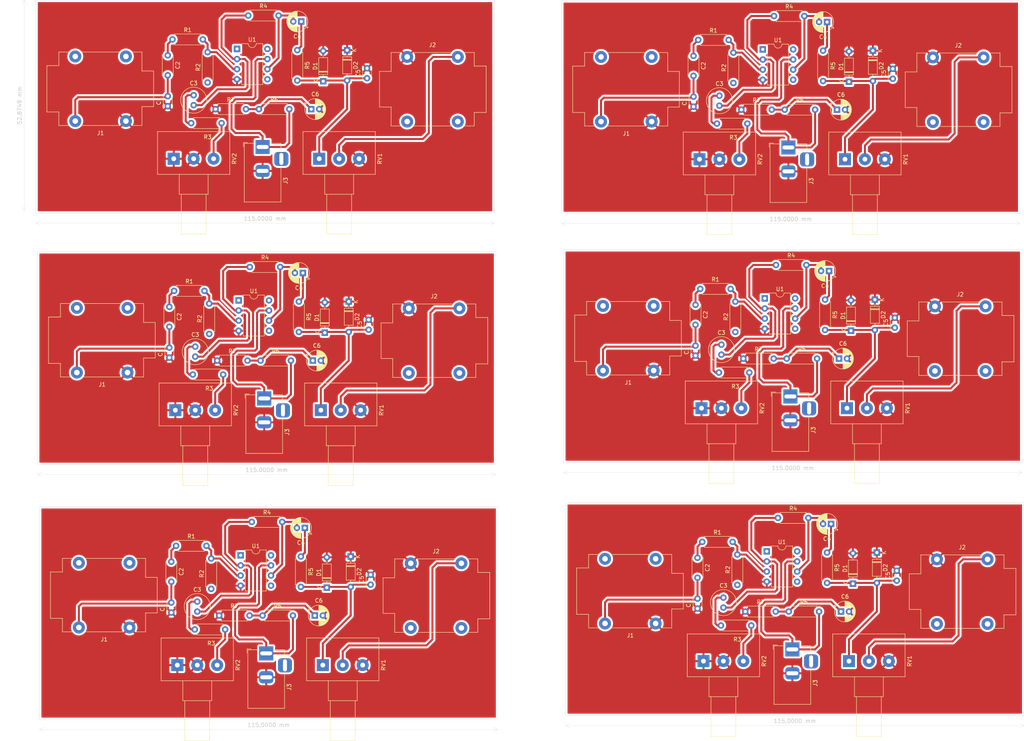
<source format=kicad_pcb>
(kicad_pcb (version 20240108) (generator "pcbnew") (generator_version "8.0")
  (layers (0 "F.Cu" signal) (31 "B.Cu" signal) (34 "B.Paste" user) (35 "F.Paste" user) (36 "B.SilkS" user "B.Silkscreen") (37 "F.SilkS" user "F.Silkscreen") (38 "B.Mask" user) (39 "F.Mask" user) (44 "Edge.Cuts" user))
  (net 0 "")
  (net 1 "Net-(C1-Pad2)")
  (net 2 "GND")
  (net 3 "Net-(C2-Pad1)")
  (net 4 "Net-(C3-Pad2)")
  (net 5 "Net-(U1--)")
  (net 6 "Net-(C4-Pad1)")
  (net 7 "Net-(C4-Pad2)")
  (net 8 "Net-(D1-K)")
  (net 9 "+4.5v")
  (net 10 "Net-(J2-PadS)")
  (net 11 "+9v")
  (net 12 "Net-(U1-+)")
  (net 13 "Net-(R3-Pad1)")
  (footprint "Resistor_THT:R_Axial_DIN0207_L6.3mm_D2.5mm_P7.62mm_Horizontal" (layer "F.Cu") (at 207.38 170.5)
    (property "Reference" "R6")
    (property "Value" "1M")
  )
  (footprint "Connector_Audio:Jack_6.35mm_Neutrik_NMJ4HCD2_Horizontal" (layer "F.Cu") (at 41.5 110.5 180)
    (property "Reference" "J1")
    (property "Value" "AudioJack2")
  )
  (footprint "Resistor_THT:R_Axial_DIN0207_L6.3mm_D2.5mm_P7.62mm_Horizontal" (layer "F.Cu") (at 196 107)
    (property "Reference" "R7")
    (property "Value" "1M")
  )
  (footprint "Capacitor_THT:C_Disc_D3.0mm_W2.0mm_P2.50mm" (layer "F.Cu") (at 51.597876 43.624879 90)
    (property "Reference" "C1")
    (property "Value" "1n")
  )
  (footprint "Potentiometer_THT:Potentiometer_Alps_RK163_Single_Horizontal" (layer "F.Cu") (at 53.5 119.95 90)
    (property "Reference" "RV2")
    (property "Value" "1M")
  )
  (footprint "Diode_THT:D_DO-35_SOD27_P7.62mm_Horizontal" (layer "F.Cu") (at 91 100.5 90)
    (property "Reference" "D1")
    (property "Value" "D")
  )
  (footprint "Connector_BarrelJack:BarrelJack_Horizontal" (layer "F.Cu") (at 207.3 54 90)
    (property "Reference" "J3")
    (property "Value" "Barrel_Jack_MountingPin")
  )
  (footprint "Capacitor_THT:C_Radial_D6.3mm_H7.0mm_P2.50mm" (layer "F.Cu") (at 59 170.5 90)
    (property "Reference" "C3")
    (property "Value" "47n")
  )
  (footprint "Potentiometer_THT:Potentiometer_Alps_RK163_Single_Horizontal" (layer "F.Cu") (at 186 182.95 90)
    (property "Reference" "RV2")
    (property "Value" "1M")
  )
  (footprint "Connector_Audio:Jack_6.35mm_Neutrik_NMJ4HCD2_Horizontal" (layer "F.Cu") (at 244.065 93.885)
    (property "Reference" "J2")
    (property "Value" "AudioJack2")
  )
  (footprint "Resistor_THT:R_Axial_DIN0207_L6.3mm_D2.5mm_P7.62mm_Horizontal" (layer "F.Cu") (at 184.69 27)
    (property "Reference" "R1")
    (property "Value" "10K")
  )
  (footprint "Capacitor_THT:CP_Radial_D5.0mm_P2.00mm" (layer "F.Cu") (at 217 22.5 180)
    (property "Reference" "C4")
    (property "Value" "1u")
  )
  (footprint "Connector_Audio:Jack_6.35mm_Neutrik_NMJ4HCD2_Horizontal" (layer "F.Cu") (at 244.565 157.385)
    (property "Reference" "J2")
    (property "Value" "AudioJack2")
  )
  (footprint "Resistor_THT:R_Axial_DIN0207_L6.3mm_D2.5mm_P7.62mm_Horizontal" (layer "F.Cu") (at 204.19 83.5)
    (property "Reference" "R4")
    (property "Value" "1M")
  )
  (footprint "Capacitor_THT:C_Disc_D5.0mm_W2.5mm_P5.00mm" (layer "F.Cu") (at 52.5 158 -90)
    (property "Reference" "C2")
    (property "Value" "10n")
  )
  (footprint "Resistor_THT:R_Axial_DIN0207_L6.3mm_D2.5mm_P7.62mm_Horizontal" (layer "F.Cu") (at 66 175 180)
    (property "Reference" "R3")
    (property "Value" "4.7K")
  )
  (footprint "Potentiometer_THT:Potentiometer_Alps_RK163_Single_Horizontal" (layer "F.Cu") (at 221.5 56.95 90)
    (property "Reference" "RV1")
    (property "Value" "10K")
  )
  (footprint "Connector_Audio:Jack_6.35mm_Neutrik_NMJ4HCD2_Horizontal" (layer "F.Cu") (at 173 47.5 180)
    (property "Reference" "J1")
    (property "Value" "AudioJack2")
  )
  (footprint "Resistor_THT:R_Axial_DIN0207_L6.3mm_D2.5mm_P7.62mm_Horizontal" (layer "F.Cu") (at 71.787876 20.874879)
    (property "Reference" "R4")
    (property "Value" "1M")
  )
  (footprint "Resistor_THT:R_Axial_DIN0207_L6.3mm_D2.5mm_P7.62mm_Horizontal" (layer "F.Cu") (at 194 100.31 90)
    (property "Reference" "R2")
    (property "Value" "1M")
  )
  (footprint "Package_DIP:DIP-8_W7.62mm" (layer "F.Cu") (at 201.38 91.88)
    (property "Reference" "U1")
    (property "Value" "LM741")
  )
  (footprint "Package_DIP:DIP-8_W7.62mm" (layer "F.Cu") (at 69.38 92.38)
    (property "Reference" "U1")
    (property "Value" "LM741")
  )
  (footprint "Resistor_THT:R_Axial_DIN0207_L6.3mm_D2.5mm_P7.62mm_Horizontal" (layer "F.Cu") (at 197 48 180)
    (property "Reference" "R3")
    (property "Value" "4.7K")
  )
  (footprint "Capacitor_THT:CP_Radial_D5.0mm_P2.00mm" (layer "F.Cu") (at 219.5 44.5)
    (property "Reference" "C6")
    (property "Value" "1u")
  )
  (footprint "Capacitor_THT:C_Disc_D3.0mm_W2.0mm_P2.50mm" (layer "F.Cu") (at 101.597876 36.624879 90)
    (property "Reference" "C5")
    (property "Value" "1n")
  )
  (footprint "Diode_THT:D_DO-35_SOD27_P7.62mm_Horizontal" (layer "F.Cu") (at 222.5 37.5 90)
    (property "Reference" "D1")
    (property "Value" "D")
  )
  (footprint "Resistor_THT:R_Axial_DIN0207_L6.3mm_D2.5mm_P7.62mm_Horizontal" (layer "F.Cu") (at 197.5 110.5 180)
    (property "Reference" "R3")
    (property "Value" "4.7K")
  )
  (footprint "Capacitor_THT:C_Disc_D3.0mm_W2.0mm_P2.50mm" (layer "F.Cu") (at 52 106.75 90)
    (property "Reference" "C1")
    (property "Value" "1n")
  )
  (footprint "Resistor_THT:R_Axial_DIN0207_L6.3mm_D2.5mm_P7.62mm_Horizontal" (layer "F.Cu") (at 75.38 171.5)
    (property "Reference" "R6")
    (property "Value" "1M")
  )
  (footprint "Capacitor_THT:C_Disc_D3.0mm_W2.0mm_P2.50mm" (layer "F.Cu") (at 183.5 43.75 90)
    (property "Reference" "C1")
    (property "Value" "1n")
  )
  (footprint "Capacitor_THT:C_Disc_D5.0mm_W2.5mm_P5.00mm" (layer "F.Cu") (at 184.5 157 -90)
    (property "Reference" "C2")
    (property "Value" "10n")
  )
  (footprint "Connector_Audio:Jack_6.35mm_Neutrik_NMJ4HCD2_Horizontal" (layer "F.Cu") (at 173.5 110 180)
    (property "Reference" "J1")
    (property "Value" "AudioJack2")
  )
  (footprint "Resistor_THT:R_Axial_DIN0207_L6.3mm_D2.5mm_P7.62mm_Horizontal" (layer "F.Cu") (at 85 156.69 -90)
    (property "Reference" "R5")
    (property "Value" "10K")
  )
  (footprint "Potentiometer_THT:Potentiometer_Alps_RK163_Single_Horizontal" (layer "F.Cu") (at 89.597876 56.824879 90)
    (property "Reference" "RV1")
    (property "Value" "10K")
  )
  (footprint "Capacitor_THT:C_Disc_D3.0mm_W2.0mm_P2.50mm" (layer "F.Cu") (at 184.5 169.75 90)
    (property "Reference" "C1")
    (property "Value" "1n")
  )
  (footprint "Capacitor_THT:C_Disc_D5.0mm_W2.5mm_P5.00mm" (layer "F.Cu") (at 183.5 31 -90)
    (property "Reference" "C2")
    (property "Value" "10n")
  )
  (footprint "Resistor_THT:R_Axial_DIN0207_L6.3mm_D2.5mm_P7.62mm_Horizontal" (layer "F.Cu") (at 53.69 154)
    (property "Reference" "R1")
    (property "Value" "10K")
  )
  (footprint "Diode_THT:D_DO-35_SOD27_P7.62mm_Horizontal" (layer "F.Cu") (at 97.5 156.69 -90)
    (property "Reference" "D2")
    (property "Value" "D")
  )
  (footprint "Package_DIP:DIP-8_W7.62mm" (layer "F.Cu") (at 201.88 155.38)
    (property "Reference" "U1")
    (property "Value" "LM741")
  )
  (footprint "Connector_BarrelJack:BarrelJack_Horizontal" (layer "F.Cu") (at 76.3 181 90)
    (property "Reference" "J3")
    (property "Value" "Barrel_Jack_MountingPin")
  )
  (footprint "Resistor_THT:R_Axial_DIN0207_L6.3mm_D2.5mm_P7.62mm_Horizontal" (layer "F.Cu") (at 65.5 111 180)
    (property "Reference" "R3")
    (property "Value" "4.7K")
  )
  (footprint "Capacitor_THT:CP_Radial_D5.0mm_P2.00mm" (layer "F.Cu") (at 85.5 85.5 180)
    (property "Reference" "C4")
    (property "Value" "1u")
  )
  (footprint "Diode_THT:D_DO-35_SOD27_P7.62mm_Horizontal" (layer "F.Cu") (at 228.5 29.69 -90)
    (property "Reference" "D2")
    (property "Value" "D")
  )
  (footprint "Diode_THT:D_DO-35_SOD27_P7.62mm_Horizontal" (layer "F.Cu") (at 229.5 155.69 -90)
    (property "Reference" "D2")
    (property "Value" "D")
  )
  (footprint "Capacitor_THT:C_Disc_D3.0mm_W2.0mm_P2.50mm" (layer "F.Cu") (at 234.5 162.75 90)
    (property "Reference" "C5")
    (property "Value" "1n")
  )
  (footprint "Resistor_THT:R_Axial_DIN0207_L6.3mm_D2.5mm_P7.62mm_Horizontal" (layer "F.Cu") (at 198 174 180)
    (property "Reference" "R3")
    (property "Value" "4.7K")
  )
  (footprint "Potentiometer_THT:Potentiometer_Alps_RK163_Single_Horizontal" (layer "F.Cu") (at 222 119.45 90)
    (property "Reference" "RV1")
    (property "Value" "10K")
  )
  (footprint "Potentiometer_THT:Potentiometer_Alps_RK163_Single_Horizontal" (layer "F.Cu") (at 54 183.95 90)
    (property "Reference" "RV2")
    (property "Value" "1M")
  )
  (footprint "Capacitor_THT:C_Disc_D3.0mm_W2.0mm_P2.50mm" (layer "F.Cu") (at 52.5 170.75 90)
    (property "Reference" "C1")
    (property "Value" "1n")
  )
  (footprint "Diode_THT:D_DO-35_SOD27_P7.62mm_Horizontal" (layer "F.Cu") (at 90.597876 37.374879 90)
    (property "Reference" "D1")
    (property "Value" "D")
  )
  (footprint "Connector_Audio:Jack_6.35mm_Neutrik_NMJ4HCD2_Horizontal" (layer "F.Cu") (at 111.662876 31.259879)
    (property "Reference" "J2")
    (property "Value" "AudioJack2")
  )
  (footprint "Capacitor_THT:CP_Radial_D5.0mm_P2.00mm" (layer "F.Cu") (at 85.097876 22.374879 180)
    (property "Reference" "C4")
    (property "Value" "1u")
  )
  (footprint "Diode_THT:D_DO-35_SOD27_P7.62mm_Horizontal" (layer "F.Cu") (at 97 92.69 -90)
    (property "Reference" "D2")
    (property "Value" "D")
  )
  (footprint "Resistor_THT:R_Axial_DIN0207_L6.3mm_D2.5mm_P7.62mm_Horizontal" (layer "F.Cu") (at 64.5 171.5)
    (property "Reference" "R7")
    (property "Value" "1M")
  )
  (footprint "Capacitor_THT:CP_Radial_D5.0mm_P2.00mm" (layer "F.Cu") (at 88 107.5)
    (property "Reference" "C6")
    (property "Value" "1u")
  )
  (footprint "Resistor_THT:R_Axial_DIN0207_L6.3mm_D2.5mm_P7.62mm_Horizontal" (layer "F.Cu") (at 72.69 148)
    (property "Reference" "R4")
    (property "Value" "1M")
  )
  (footprint "Resistor_THT:R_Axial_DIN0207_L6.3mm_D2.5mm_P7.62mm_Horizontal" (layer "F.Cu") (at 185.19 89.5)
    (property "Reference" "R1")
    (property "Value" "10K")
  )
  (footprint "Resistor_THT:R_Axial_DIN0207_L6.3mm_D2.5mm_P7.62mm_Horizontal" (layer "F.Cu") (at 74.88 107.5)
    (property "Reference" "R6")
    (property "Value" "1M")
  )
  (footprint "Connector_Audio:Jack_6.35mm_Neutrik_NMJ4HCD2_Horizontal" (layer "F.Cu") (at 174 173.5 180)
    (property "Reference" "J1")
    (property "Value" "AudioJack2")
  )
  (footprint "Package_DIP:DIP-8_W7.62mm" (layer "F.Cu") (at 200.88 29.38)
    (property "Reference" "U1")
    (property "Value" "LM741")
  )
  (footprint "Capacitor_THT:CP_Radial_D5.0mm_P2.00mm" (layer "F.Cu") (at 218 148.5 180)
    (property "Reference" "C4")
    (property "Value" "1u")
  )
  (footprint "Capacitor_THT:C_Radial_D6.3mm_H7.0mm_P2.50mm" (layer "F.Cu") (at 58.097876 43.374879 90)
    (property "Reference" "C3")
    (property "Value" "47n")
  )
  (footprint "Capacitor_THT:C_Disc_D5.0mm_W2.5mm_P5.00mm" (layer "F.Cu") (at 51.597876 30.874879 -90)
    (property "Reference" "C2")
    (property "Value" "10n")
  )
  (footprint "Resistor_THT:R_Axial_DIN0207_L6.3mm_D2.5mm_P7.62mm_Horizontal" (layer "F.Cu") (at 53.19 90)
    (property "Reference" "R1")
    (property "Value" "10K")
  )
  (footprint "Resistor_THT:R_Axial_DIN0207_L6.3mm_D2.5mm_P7.62mm_Horizontal" (layer "F.Cu") (at 216.5 92.19 -90)
    (property "Reference" "R5")
    (property "Value" "10K")
  )
  (footprint "Resistor_THT:R_Axial_DIN0207_L6.3mm_D2.5mm_P7.62mm_Horizontal" (layer "F.Cu") (at 203.69 21)
    (property "Reference" "R4")
    (property "Value" "1M")
  )
  (footprint "Capacitor_THT:C_Disc_D3.0mm_W2.0mm_P2.50mm" (layer "F.Cu") (at 102 99.75 90)
    (property "Reference" "C5")
    (property "Value" "1n")
  )
  (footprint "Diode_THT:D_DO-35_SOD27_P7.62mm_Horizontal" (layer "F.Cu") (at 96.597876 29.564879 -90)
    (property "Reference" "D2")
    (property "Value" "D")
  )
  (footprint "Resistor_THT:R_Axial_DIN0207_L6.3mm_D2.5mm_P7.62mm_Horizontal" (layer "F.Cu") (at 185.69 153)
    (property "Reference" "R1")
    (property "Value" "10K")
  )
  (footprint "Connector_Audio:Jack_6.35mm_Neutrik_NMJ4HCD2_Horizontal" (layer "F.Cu") (at 112.565 158.385)
    (property "Reference" "J2")
    (property "Value" "AudioJack2")
  )
  (footprint "Capacitor_THT:CP_Radial_D5.0mm_P2.00mm" (layer "F.Cu") (at 220 107)
    (property "Reference" "C6")
    (property "Value" "1u")
  )
  (footprint "Resistor_THT:R_Axial_DIN0207_L6.3mm_D2.5mm_P7.62mm_Horizontal" (layer "F.Cu") (at 84.097876 29.564879 -90)
    (property "Reference" "R5")
    (property "Value" "10K")
  )
  (footprint "Capacitor_THT:C_Disc_D3.0mm_W2.0mm_P2.50mm" (layer "F.Cu") (at 234 99.25 90)
    (property "Reference" "C5")
    (property "Value" "1n")
  )
  (footprint "Connector_Audio:Jack_6.35mm_Neutrik_NMJ4HCD2_Horizontal" (layer "F.Cu") (at 112.065 94.385)
    (property "Reference" "J2")
    (property "Value" "AudioJack2")
  )
  (footprint "Capacitor_THT:C_Radial_D6.3mm_H7.0mm_P2.50mm" (layer "F.Cu") (at 191 169.5 90)
    (property "Reference" "C3")
    (property "Value" "47n")
  )
  (footprint "Resistor_THT:R_Axial_DIN0207_L6.3mm_D2.5mm_P7.62mm_Horizontal" (layer "F.Cu") (at 62.5 164.81 90)
    (property "Reference" "R2")
    (property "Value" "1M")
  )
  (footprint "Diode_THT:D_DO-35_SOD27_P7.62mm_Horizontal" (layer "F.Cu") (at 91.5 164.5 90)
    (property "Reference" "D1")
    (property "Value" "D")
  )
  (footprint "Capacitor_THT:CP_Radial_D5.0mm_P2.00mm" (layer "F.Cu") (at 220.5 170.5)
    (property "Reference" "C6")
    (property "Value" "1u")
  )
  (footprint "Resistor_THT:R_Axial_DIN0207_L6.3mm_D2.5mm_P7.62mm_Horizontal" (layer "F.Cu") (at 194.5 163.81 90)
    (property "Reference" "R2")
    (property "Value" "1M")
  )
  (footprint "Diode_THT:D_DO-35_SOD27_P7.62mm_Horizontal" (layer "F.Cu") (at 223.5 163.5 90)
    (property "Reference" "D1")
    (property "Value" "D")
  )
  (footprint "Resistor_THT:R_Axial_DIN0207_L6.3mm_D2.5mm_P7.62mm_Horizontal" (layer "F.Cu") (at 195.5 44.5)
    (property "Reference" "R7")
    (property "Value" "1M")
  )
  (footprint "Capacitor_THT:C_Radial_D6.3mm_H7.0mm_P2.50mm" (layer "F.Cu") (at 190 43.5 90)
    (property "Reference" "C3")
    (property "Value" "47n")
  )
  (footprint "Capacitor_THT:C_Radial_D6.3mm_H7.0mm_P2.50mm" (layer "F.Cu") (at 190.5 106 90)
    (property "Reference" "C3")
    (property "Value" "47n")
  )
  (footprint "Potentiometer_THT:Potentiometer_Alps_RK163_Single_Horizontal" (layer "F.Cu") (at 222.5 182.95 90)
    (property "Reference" "RV1")
    (property "Value" "10K")
  )
  (footprint "Resistor_THT:R_Axial_DIN0207_L6.3mm_D2.5mm_P7.62mm_Horizontal" (layer "F.Cu") (at 52.787876 26.874879)
    (property "Reference" "R1")
    (property "Value" "10K")
  )
  (footprint "Resistor_THT:R_Axial_DIN0207_L6.3mm_D2.5mm_P7.62mm_Horizontal" (layer "F.Cu") (at 196.5 170.5)
    (property "Reference" "R7")
    (property "Value" "1M")
  )
  (footprint "Capacitor_THT:C_Disc_D3.0mm_W2.0mm_P2.50mm" (layer "F.Cu") (at 184 106.25 90)
    (property "Reference" "C1")
    (property "Value" "1n")
  )
  (footprint "Resistor_THT:R_Axial_DIN0207_L6.3mm_D2.5mm_P7.62mm_Horizontal" (layer "F.Cu") (at 72.19 84)
    (property "Reference" "R4")
    (property "Value" "1M")
  )
  (footprint "Capacitor_THT:CP_Radial_D5.0mm_P2.00mm" (layer "F.Cu") (at 217.5 85 180)
    (property "Reference" "C4")
    (property "Value" "1u")
  )
  (footprint "Package_DIP:DIP-8_W7.62mm" (layer "F.Cu") (at 69.88 156.38)
    (property "Reference" "U1")
    (property "Value" "LM741")
  )
  (footprint "Capacitor_THT:CP_Radial_D5.0mm_P2.00mm" (layer "F.Cu") (at 86 149.5 180)
    (property "Reference" "C4")
    (property "Value" "1u")
  )
  (footprint "Connector_Audio:Jack_6.35mm_Neutrik_NMJ4HCD2_Horizontal" (layer "F.Cu") (at 243.565 31.385)
    (property "Reference" "J2")
    (property "Value" "AudioJack2")
  )
  (footprint "Resistor_THT:R_Axial_DIN0207_L6.3mm_D2.5mm_P7.62mm_Horizontal" (layer "F.Cu") (at 65.097876 47.874879 180)
    (property "Reference" "R3")
    (property "Value" "4.7K")
  )
  (footprint "Capacitor_THT:C_Radial_D6.3mm_H7.0mm_P2.50mm" (layer "F.Cu") (at 58.5 106.5 90)
    (property "Reference" "C3")
    (property "Value" "47n")
  )
  (footprint "Resistor_THT:R_Axial_DIN0207_L6.3mm_D2.5mm_P7.62mm_Horizontal" (layer "F.Cu") (at 206.88 107)
    (property "Reference" "R6")
    (property "Value" "1M")
  )
  (footprint "Capacitor_THT:CP_Radial_D5.0mm_P2.00mm" (layer "F.Cu") (at 88.5 171.5)
    (property "Reference" "C6")
    (property "Value" "1u")
  )
  (footprint "Resistor_THT:R_Axial_DIN0207_L6.3mm_D2.5mm_P7.62mm_Horizontal" (layer "F.Cu") (at 74.477876 44.374879)
    (property "Reference" "R6")
    (property "Value" "1M")
  )
  (footprint "Resistor_THT:R_Axial_DIN0207_L6.3mm_D2.5mm_P7.62mm_Horizontal" (layer "F.Cu") (at 62 100.81 90)
    (property "Reference" "R2")
    (property "Value" "1M")
  )
  (footprint "Potentiometer_THT:Potentiometer_Alps_RK163_Single_Horizontal" (layer "F.Cu") (at 53.097876 56.824879 90)
    (property "Reference" "RV2")
    (property "Value" "1M")
  )
  (footprint "Resistor_THT:R_Axial_DIN0207_L6.3mm_D2.5mm_P7.62mm_Horizontal" (layer "F.Cu") (at 204.69 147)
    (property "Reference" "R4")
    (property "Value" "1M")
  )
  (footprint "Connector_BarrelJack:BarrelJack_Horizontal" (layer "F.Cu") (at 75.397876 53.874879 90)
    (property "Reference" "J3")
    (property "Value" "Barrel_Jack_MountingPin")
  )
  (footprint "Resistor_THT:R_Axial_DIN0207_L6.3mm_D2.5mm_P7.62mm_Horizontal" (layer "F.Cu") (at 84.5 92.69 -90)
    (property "Reference" "R5")
    (property "Value" "10K")
  )
  (footprint "Capacitor_THT:C_Disc_D3.0mm_W2.0mm_P2.50mm" (layer "F.Cu") (at 233.5 36.75 90)
    (property "Reference" "C5")
    (property "Value" "1n")
  )
  (footprint "Resistor_THT:R_Axial_DIN0207_L6.3mm_D2.5mm_P7.62mm_Horizontal" (layer "F.Cu") (at 216 29.69 -90)
    (property "Reference" "R5")
    (property "Value" "10K")
  )
  (footprint "Potentiometer_THT:Potentiometer_Alps_RK163_Single_Horizontal" (layer "F.Cu") (at 90 119.95 90)
    (property "Reference" "RV1")
    (property "Value" "10K")
  )
  (footprint "Resistor_THT:R_Axial_DIN0207_L6.3mm_D2.5mm_P7.62mm_Horizontal" (layer "F.Cu") (at 61.597876 37.684879 90)
    (property "Reference" "R2")
    (property "Value" "1M")
  )
  (footprint "Potentiometer_THT:Potentiometer_Alps_RK163_Single_Horizontal" (layer "F.Cu") (at 185.5 119.45 90)
    (property "Reference" "RV2")
    (property "Value" "1M")
  )
  (footprint "Resistor_THT:R_Axial_DIN0207_L6.3mm_D2.5mm_P7.62mm_Horizontal" (layer "F.Cu") (at 217 155.69 -90)
    (property "Reference" "R5")
    (property "Value" "10K")
  )
  (footprint "Connector_BarrelJack:BarrelJack_Horizontal" (layer "F.Cu") (at 208.3 180 90)
    (property "Reference" "J3")
    (property "Value" "Barrel_Jack_MountingPin")
  )
  (footprint "Diode_THT:D_DO-35_SOD27_P7.62mm_Horizontal" (layer "F.Cu") (at 223 100 90)
    (property "Reference" "D1")
    (property "Value" "D")
  )
  (footprint "Capacitor_THT:CP_Radial_D5.0mm_P2.00mm" (layer "F.Cu") (at 87.597876 44.374879)
    (property "Reference" "C6")
    (property "Value" "1u")
  )
  (footprint "Potentiometer_THT:Potentiometer_Alps_RK163_Single_Horizontal" (layer "F.Cu") (at 90.5 183.95 90)
    (property "Reference" "RV1")
    (property "Value" "10K")
  )
  (footprint "Connector_Audio:Jack_6.35mm_Neutrik_NMJ4HCD2_Horizontal" (layer "F.Cu") (at 41.097876 47.374879 180)
    (property "Reference" "J1")
    (property "Value" "AudioJack2")
  )
  (footprint "Package_DIP:DIP-8_W7.62mm" (layer "F.Cu") (at 68.977876 29.254879)
    (property "Reference" "U1")
    (property "Value" "LM741")
  )
  (footprint "Connector_BarrelJack:BarrelJack_Horizontal" (layer "F.Cu") (at 75.8 117 90)
    (property "Reference" "J3")
    (property "Value" "Barrel_Jack_MountingPin")
  )
  (footprint "Resistor_THT:R_Axial_DIN0207_L6.3mm_D2.5mm_P7.62mm_Horizontal" (layer "F.Cu") (at 64 107.5)
    (property "Reference" "R7")
    (property "Value" "1M")
  )
  (footprint "Resistor_THT:R_Axial_DIN0207_L6.3mm_D2.5mm_P7.62mm_Horizontal" (layer "F.Cu") (at 206.38 44.5)
    (property "Reference" "R6")
    (property "Value" "1M")
  )
  (footprint "Capacitor_THT:C_Disc_D5.0mm_W2.5mm_P5.00mm" (layer "F.Cu") (at 184 93.5 -90)
    (property "Reference" "C2")
    (property "Value" "10n")
  )
  (footprint "Resistor_THT:R_Axial_DIN0207_L6.3mm_D2.5mm_P7.62mm_Horizontal" (layer "F.Cu") (at 193.5 37.81 90)
    (property "Reference" "R2")
    (property "Value" "1M")
  )
  (footprint "Resistor_THT:R_Axial_DIN0207_L6.3mm_D2.5mm_P7.62mm_Horizontal" (layer "F.Cu") (at 63.597876 44.374879)
    (property "Reference" "R7")
    (property "Value" "1M")
  )
  (footprint "Connector_BarrelJack:BarrelJack_Horizontal" (layer "F.Cu") (at 207.8 116.5 90)
    (property "Reference" "J3")
    (property "Value" "Barrel_Jack_MountingPin")
  )
  (footprint "Capacitor_THT:C_Disc_D5.0mm_W2.5mm_P5.00mm" (layer "F.Cu") (at 52 94 -90)
    (property "Reference" "C2")
    (property "Value" "10n")
  )
  (footprint "Capacitor_THT:C_Disc_D3.0mm_W2.0mm_P2.50mm" (layer "F.Cu") (at 102.5 163.75 90)
    (property "Reference" "C5")
    (property "Value" "1n")
  )
  (footprint "Diode_THT:D_DO-35_SOD27_P7.62mm_Horizontal" (layer "F.Cu") (at 229 92.19 -90)
    (property "Reference" "D2")
    (property "Value" "D")
  )
  (footprint "Connector_Audio:Jack_6.35mm_Neutrik_NMJ4HCD2_Horizontal" (layer "F.Cu") (at 42 174.5 180)
    (property "Reference" "J1")
    (property "Value" "AudioJack2")
  )
  (footprint "Potentiometer_THT:Potentiometer_Alps_RK163_Single_Horizontal" (layer "F.Cu") (at 185 56.95 90)
    (property "Reference" "RV2")
    (property "Value" "1M")
  )
  (gr_line (start 18.902124 133.625121) (end 133.902124 133.625121) (stroke (width 0.05)) (layer "Edge.Cuts"))
  (gr_line (start 150.402124 70.625121) (end 265.402124 70.625121) (stroke (width 0.05)) (layer "Edge.Cuts"))
  (gr_line (start 133.902124 80.125121) (end 18.902124 80.125121) (stroke (width 0.05)) (layer "Edge.Cuts"))
  (gr_line (start 133.902124 133.625121) (end 133.902124 80.125121) (stroke (width 0.05)) (layer "Edge.Cuts"))
  (gr_line (start 134.402124 144.125121) (end 19.402124 144.125121) (stroke (width 0.05)) (layer "Edge.Cuts"))
  (gr_line (start 265.402124 70.625121) (end 265.402124 17.125121) (stroke (width 0.05)) (layer "Edge.Cuts"))
  (gr_line (start 19.402124 144.125121) (end 19.402124 197.625121) (stroke (width 0.05)) (layer "Edge.Cuts"))
  (gr_line (start 265.902124 79.625121) (end 150.902124 79.625121) (stroke (width 0.05)) (layer "Edge.Cuts"))
  (gr_line (start 265.402124 17.125121) (end 150.402124 17.125121) (stroke (width 0.05)) (layer "Edge.Cuts"))
  (gr_line (start 265.902124 133.125121) (end 265.902124 79.625121) (stroke (width 0.05)) (layer "Edge.Cuts"))
  (gr_line (start 151.402124 143.125121) (end 151.402124 196.625121) (stroke (width 0.05)) (layer "Edge.Cuts"))
  (gr_line (start 150.402124 17.125121) (end 150.402124 70.625121) (stroke (width 0.05)) (layer "Edge.Cuts"))
  (gr_line (start 18.5 70.5) (end 133.5 70.5) (stroke (width 0.05)) (layer "Edge.Cuts"))
  (gr_line (start 134.402124 197.625121) (end 134.402124 144.125121) (stroke (width 0.05)) (layer "Edge.Cuts"))
  (gr_line (start 18.5 17) (end 18.5 70.5) (stroke (width 0.05)) (layer "Edge.Cuts"))
  (gr_line (start 150.902124 133.125121) (end 265.902124 133.125121) (stroke (width 0.05)) (layer "Edge.Cuts"))
  (gr_line (start 266.402124 196.625121) (end 266.402124 143.125121) (stroke (width 0.05)) (layer "Edge.Cuts"))
  (gr_line (start 133.5 70.5) (end 133.5 17) (stroke (width 0.05)) (layer "Edge.Cuts"))
  (gr_line (start 19.402124 197.625121) (end 134.402124 197.625121) (stroke (width 0.05)) (layer "Edge.Cuts"))
  (gr_line (start 18.902124 80.125121) (end 18.902124 133.625121) (stroke (width 0.05)) (layer "Edge.Cuts"))
  (gr_line (start 266.402124 143.125121) (end 151.402124 143.125121) (stroke (width 0.05)) (layer "Edge.Cuts"))
  (gr_line (start 150.902124 79.625121) (end 150.902124 133.125121) (stroke (width 0.05)) (layer "Edge.Cuts"))
  (gr_line (start 151.402124 196.625121) (end 266.402124 196.625121) (stroke (width 0.05)) (layer "Edge.Cuts"))
  (gr_line (start 133.5 17) (end 18.5 17) (stroke (width 0.05)) (layer "Edge.Cuts"))
  (dimension (type aligned) (layer "Edge.Cuts") (pts (xy 151.402124 199.125121) (xy 266.402124 199.125121)) (height 0) (gr_text "115.0000 mm" (at 208.902124 197.975121 0) (layer "Edge.Cuts") (effects (font (size 1 1) (thickness 0.15)))) (format (prefix "") (suffix "") (units 3) (units_format 1) (precision 4)) (style (thickness 0.05) (arrow_length 1.27) (text_position_mode 0) (extension_height 0.58642) (extension_offset 0.5) keep_text_aligned))
  (dimension (type aligned) (layer "Edge.Cuts") (pts (xy 15.597876 69.874879) (xy 15.597876 17)) (height 0) (gr_text "52.8749 mm" (at 14.447876 43.437439 90) (layer "Edge.Cuts") (effects (font (size 1 1) (thickness 0.15)))) (format (prefix "") (suffix "") (units 3) (units_format 1) (precision 4)) (style (thickness 0.05) (arrow_length 1.27) (text_position_mode 0) (extension_height 0.58642) (extension_offset 0.5) keep_text_aligned))
  (dimension (type aligned) (layer "Edge.Cuts") (pts (xy 18.5 73) (xy 133.5 73)) (height 0) (gr_text "115.0000 mm" (at 76 71.85 0) (layer "Edge.Cuts") (effects (font (size 1 1) (thickness 0.15)))) (format (prefix "") (suffix "") (units 3) (units_format 1) (precision 4)) (style (thickness 0.05) (arrow_length 1.27) (text_position_mode 0) (extension_height 0.58642) (extension_offset 0.5) keep_text_aligned))
  (dimension (type aligned) (layer "Edge.Cuts") (pts (xy 150.402124 73.125121) (xy 265.402124 73.125121)) (height 0) (gr_text "115.0000 mm" (at 207.902124 71.975121 0) (layer "Edge.Cuts") (effects (font (size 1 1) (thickness 0.15)))) (format (prefix "") (suffix "") (units 3) (units_format 1) (precision 4)) (style (thickness 0.05) (arrow_length 1.27) (text_position_mode 0) (extension_height 0.58642) (extension_offset 0.5) keep_text_aligned))
  (dimension (type aligned) (layer "Edge.Cuts") (pts (xy 18.902124 136.125121) (xy 133.902124 136.125121)) (height 0) (gr_text "115.0000 mm" (at 76.402124 134.975121 0) (layer "Edge.Cuts") (effects (font (size 1 1) (thickness 0.15)))) (format (prefix "") (suffix "") (units 3) (units_format 1) (precision 4)) (style (thickness 0.05) (arrow_length 1.27) (text_position_mode 0) (extension_height 0.58642) (extension_offset 0.5) keep_text_aligned))
  (dimension (type aligned) (layer "Edge.Cuts") (pts (xy 150.902124 135.625121) (xy 265.902124 135.625121)) (height 0) (gr_text "115.0000 mm" (at 208.402124 134.475121 0) (layer "Edge.Cuts") (effects (font (size 1 1) (thickness 0.15)))) (format (prefix "") (suffix "") (units 3) (units_format 1) (precision 4)) (style (thickness 0.05) (arrow_length 1.27) (text_position_mode 0) (extension_height 0.58642) (extension_offset 0.5) keep_text_aligned))
  (dimension (type aligned) (layer "Edge.Cuts") (pts (xy 19.402124 200.125121) (xy 134.402124 200.125121)) (height 0) (gr_text "115.0000 mm" (at 76.902124 198.975121 0) (layer "Edge.Cuts") (effects (font (size 1 1) (thickness 0.15)))) (format (prefix "") (suffix "") (units 3) (units_format 1) (precision 4)) (style (thickness 0.05) (arrow_length 1.27) (text_position_mode 0) (extension_height 0.58642) (extension_offset 0.5) keep_text_aligned))
  (segment (start 160.3 47.5) (end 160.3 42.2) (width 0.5) (layer "F.Cu") (net 1))
  (segment (start 29.3 174.5) (end 29.3 169.2) (width 0.5) (layer "F.Cu") (net 1))
  (segment (start 160.8 110) (end 160.8 104.7) (width 0.5) (layer "F.Cu") (net 1))
  (segment (start 51.597876 41.124879) (end 51.597876 35.874879) (width 0.5) (layer "F.Cu") (net 1))
  (segment (start 183.25 41.5) (end 183.5 41.25) (width 0.5) (layer "F.Cu") (net 1))
  (segment (start 51.347876 41.374879) (end 51.597876 41.124879) (width 0.5) (layer "F.Cu") (net 1))
  (segment (start 184.25 167.5) (end 184.5 167.25) (width 0.5) (layer "F.Cu") (net 1))
  (segment (start 30 168.5) (end 52.25 168.5) (width 0.5) (layer "F.Cu") (net 1))
  (segment (start 51.75 104.5) (end 52 104.25) (width 0.5) (layer "F.Cu") (net 1))
  (segment (start 160.8 104.7) (end 161.5 104) (width 0.5) (layer "F.Cu") (net 1))
  (segment (start 183.75 104) (end 184 103.75) (width 0.5) (layer "F.Cu") (net 1))
  (segment (start 28.397876 42.074879) (end 29.097876 41.374879) (width 0.5) (layer "F.Cu") (net 1))
  (segment (start 52 104.25) (end 52 99) (width 0.5) (layer "F.Cu") (net 1))
  (segment (start 161.3 168.2) (end 162 167.5) (width 0.5) (layer "F.Cu") (net 1))
  (segment (start 29.097876 41.374879) (end 51.347876 41.374879) (width 0.5) (layer "F.Cu") (net 1))
  (segment (start 184.5 167.25) (end 184.5 162) (width 0.5) (layer "F.Cu") (net 1))
  (segment (start 52.5 168.25) (end 52.5 163) (width 0.5) (layer "F.Cu") (net 1))
  (segment (start 28.8 110.5) (end 28.8 105.2) (width 0.5) (layer "F.Cu") (net 1))
  (segment (start 183.5 41.25) (end 183.5 36) (width 0.5) (layer "F.Cu") (net 1))
  (segment (start 161.5 104) (end 183.75 104) (width 0.5) (layer "F.Cu") (net 1))
  (segment (start 162 167.5) (end 184.25 167.5) (width 0.5) (layer "F.Cu") (net 1))
  (segment (start 28.397876 47.374879) (end 28.397876 42.074879) (width 0.5) (layer "F.Cu") (net 1))
  (segment (start 29.5 104.5) (end 51.75 104.5) (width 0.5) (layer "F.Cu") (net 1))
  (segment (start 28.8 105.2) (end 29.5 104.5) (width 0.5) (layer "F.Cu") (net 1))
  (segment (start 52.25 168.5) (end 52.5 168.25) (width 0.5) (layer "F.Cu") (net 1))
  (segment (start 161 41.5) (end 183.25 41.5) (width 0.5) (layer "F.Cu") (net 1))
  (segment (start 161.3 173.5) (end 161.3 168.2) (width 0.5) (layer "F.Cu") (net 1))
  (segment (start 29.3 169.2) (end 30 168.5) (width 0.5) (layer "F.Cu") (net 1))
  (segment (start 184 103.75) (end 184 98.5) (width 0.5) (layer "F.Cu") (net 1))
  (segment (start 160.3 42.2) (end 161 41.5) (width 0.5) (layer "F.Cu") (net 1))
  (segment (start 222.69 29.69) (end 222.5 29.88) (width 0.2) (layer "F.Cu") (net 2))
  (segment (start 229.5 155.69) (end 229.94 155.69) (width 0.2) (layer "F.Cu") (net 2))
  (segment (start 97.5 156.69) (end 97.94 156.69) (width 0.2) (layer "F.Cu") (net 2))
  (segment (start 90.787876 29.564879) (end 90.597876 29.754879) (width 0.2) (layer "F.Cu") (net 2))
  (segment (start 96.597876 29.564879) (end 97.037876 29.564879) (width 0.2) (layer "F.Cu") (net 2))
  (segment (start 91.69 156.69) (end 91.5 156.88) (width 0.2) (layer "F.Cu") (net 2))
  (segment (start 229 92.19) (end 229.44 92.19) (width 0.2) (layer "F.Cu") (net 2))
  (segment (start 223.69 155.69) (end 223.5 155.88) (width 0.2) (layer "F.Cu") (net 2))
  (segment (start 97 92.69) (end 97.44 92.69) (width 0.2) (layer "F.Cu") (net 2))
  (segment (start 223.19 92.19) (end 223 92.38) (width 0.2) (layer "F.Cu") (net 2))
  (segment (start 228.5 29.69) (end 228.94 29.69) (width 0.2) (layer "F.Cu") (net 2))
  (segment (start 91.19 92.69) (end 91 92.88) (width 0.2) (layer "F.Cu") (net 2))
  (segment (start 52 91.19) (end 52 94) (width 0.5) (layer "F.Cu") (net 3))
  (segment (start 184.5 154.19) (end 184.5 157) (width 0.5) (layer "F.Cu") (net 3))
  (segment (start 51.597876 28.064879) (end 51.597876 30.874879) (width 0.5) (layer "F.Cu") (net 3))
  (segment (start 52.5 155.19) (end 52.5 158) (width 0.5) (layer "F.Cu") (net 3))
  (segment (start 185.19 89.5) (end 184 90.69) (width 0.5) (layer "F.Cu") (net 3))
  (segment (start 183.5 28.19) (end 183.5 31) (width 0.5) (layer "F.Cu") (net 3))
  (segment (start 184 90.69) (end 184 93.5) (width 0.5) (layer "F.Cu") (net 3))
  (segment (start 53.69 154) (end 52.5 155.19) (width 0.5) (layer "F.Cu") (net 3))
  (segment (start 184.69 27) (end 183.5 28.19) (width 0.5) (layer "F.Cu") (net 3))
  (segment (start 52.787876 26.874879) (end 51.597876 28.064879) (width 0.5) (layer "F.Cu") (net 3))
  (segment (start 185.69 153) (end 184.5 154.19) (width 0.5) (layer "F.Cu") (net 3))
  (segment (start 53.19 90) (end 52 91.19) (width 0.5) (layer "F.Cu") (net 3))
  (segment (start 188 41.5) (end 188 47.5) (width 0.5) (layer "F.Cu") (net 4))
  (segment (start 189 167.5) (end 189 173.5) (width 0.5) (layer "F.Cu") (net 4))
  (segment (start 58.097876 40.874879) (end 56.597876 40.874879) (width 0.5) (layer "F.Cu") (net 4))
  (segment (start 56.097876 41.374879) (end 56.097876 47.374879) (width 0.5) (layer "F.Cu") (net 4))
  (segment (start 188.5 110) (end 189 110.5) (width 0.5) (layer "F.Cu") (net 4))
  (segment (start 191 167) (end 189.5 167) (width 0.5) (layer "F.Cu") (net 4))
  (segment (start 189 110.5) (end 189.88 110.5) (width 0.5) (layer "F.Cu") (net 4))
  (segment (start 190 41) (end 188.5 41) (width 0.5) (layer "F.Cu") (net 4))
  (segment (start 189 103.5) (end 188.5 104) (width 0.5) (layer "F.Cu") (net 4))
  (segment (start 188.5 41) (end 188 41.5) (width 0.5) (layer "F.Cu") (net 4))
  (segment (start 57 168.5) (end 57 174.5) (width 0.5) (layer "F.Cu") (net 4))
  (segment (start 58.5 104) (end 57 104) (width 0.5) (layer "F.Cu") (net 4))
  (segment (start 56.097876 47.374879) (end 56.597876 47.874879) (width 0.5) (layer "F.Cu") (net 4))
  (segment (start 59 168) (end 57.5 168) (width 0.5) (layer "F.Cu") (net 4))
  (segment (start 56.5 110.5) (end 57 111) (width 0.5) (layer "F.Cu") (net 4))
  (segment (start 56.597876 47.874879) (end 57.477876 47.874879) (width 0.5) (layer "F.Cu") (net 4))
  (segment (start 57 174.5) (end 57.5 175) (width 0.5) (layer "F.Cu") (net 4))
  (segment (start 189.5 174) (end 190.38 174) (width 0.5) (layer "F.Cu") (net 4))
  (segment (start 56.5 104.5) (end 56.5 110.5) (width 0.5) (layer "F.Cu") (net 4))
  (segment (start 57.5 175) (end 58.38 175) (width 0.5) (layer "F.Cu") (net 4))
  (segment (start 189.5 167) (end 189 167.5) (width 0.5) (layer "F.Cu") (net 4))
  (segment (start 57.5 168) (end 57 168.5) (width 0.5) (layer "F.Cu") (net 4))
  (segment (start 56.597876 40.874879) (end 56.097876 41.374879) (width 0.5) (layer "F.Cu") (net 4))
  (segment (start 57 104) (end 56.5 104.5) (width 0.5) (layer "F.Cu") (net 4))
  (segment (start 188.5 104) (end 188.5 110) (width 0.5) (layer "F.Cu") (net 4))
  (segment (start 190.5 103.5) (end 189 103.5) (width 0.5) (layer "F.Cu") (net 4))
  (segment (start 188 47.5) (end 188.5 48) (width 0.5) (layer "F.Cu") (net 4))
  (segment (start 57 111) (end 57.88 111) (width 0.5) (layer "F.Cu") (net 4))
  (segment (start 189 173.5) (end 189.5 174) (width 0.5) (layer "F.Cu") (net 4))
  (segment (start 188.5 48) (end 189.38 48) (width 0.5) (layer "F.Cu") (net 4))
  (segment (start 69.88 158.92) (end 71.795 158.92) (width 0.5) (layer "F.Cu") (net 5))
  (segment (start 70.892876 31.794879) (end 71.597876 32.499879) (width 0.5) (layer "F.Cu") (net 5))
  (segment (start 203.795 157.92) (end 204.5 158.625) (width 0.5) (layer "F.Cu") (net 5))
  (segment (start 71.787876 20.874879) (end 66.097876 20.874879) (width 0.5) (layer "F.Cu") (net 5))
  (segment (start 197.5 91.5) (end 200.42 94.42) (width 0.5) (layer "F.Cu") (net 5))
  (segment (start 72.5 159.625) (end 72.5 166) (width 0.5) (layer "F.Cu") (net 5))
  (segment (start 71.597876 32.499879) (end 71.597876 38.874879) (width 0.5) (layer "F.Cu") (net 5))
  (segment (start 66 156) (end 68.92 158.92) (width 0.5) (layer "F.Cu") (net 5))
  (segment (start 71.5 102.5) (end 64.5 102.5) (width 0.5) (layer "F.Cu") (net 5))
  (segment (start 71.795 158.92) (end 72.5 159.625) (width 0.5) (layer "F.Cu") (net 5))
  (segment (start 64.5 102.5) (end 60.5 106.5) (width 0.5) (layer "F.Cu") (net 5))
  (segment (start 203.5 39) (end 203 39.5) (width 0.5) (layer "F.Cu") (net 5))
  (segment (start 203 39.5) (end 196 39.5) (width 0.5) (layer "F.Cu") (net 5))
  (segment (start 198 21) (end 197 22) (width 0.5) (layer "F.Cu") (net 5))
  (segment (start 65 166.5) (end 61 170.5) (width 0.5) (layer "F.Cu") (net 5))
  (segment (start 196.5 102) (end 192.5 106) (width 0.5) (layer "F.Cu") (net 5))
  (segment (start 200.92 157.92) (end 201.88 157.92) (width 0.5) (layer "F.Cu") (net 5))
  (segment (start 66 149) (end 66 156) (width 0.5) (layer "F.Cu") (net 5))
  (segment (start 68.42 94.92) (end 69.38 94.92) (width 0.5) (layer "F.Cu") (net 5))
  (segment (start 203.5 32.625) (end 203.5 39) (width 0.5) (layer "F.Cu") (net 5))
  (segment (start 65.5 92) (end 68.42 94.92) (width 0.5) (layer "F.Cu") (net 5))
  (segment (start 197 165.5) (end 193 169.5) (width 0.5) (layer "F.Cu") (net 5))
  (segment (start 72 166.5) (end 65 166.5) (width 0.5) (layer "F.Cu") (net 5))
  (segment (start 204.5 158.625) (end 204.5 165) (width 0.5) (layer "F.Cu") (net 5))
  (segment (start 198.5 83.5) (end 197.5 84.5) (width 0.5) (layer "F.Cu") (net 5))
  (segment (start 204 101.5) (end 203.5 102) (width 0.5) (layer "F.Cu") (net 5))
  (segment (start 192.5 106) (end 190.5 106) (width 0.5) (layer "F.Cu") (net 5))
  (segment (start 198 148) (end 198 155) (width 0.5) (layer "F.Cu") (net 5))
  (segment (start 199.92 31.92) (end 200.88 31.92) (width 0.5) (layer "F.Cu") (net 5))
  (segment (start 68.977876 31.794879) (end 70.892876 31.794879) (width 0.5) (layer "F.Cu") (net 5))
  (segment (start 67 148) (end 66 149) (width 0.5) (layer "F.Cu") (net 5))
  (segment (start 61 170.5) (end 59 170.5) (width 0.5) (layer "F.Cu") (net 5))
  (segment (start 197 22) (end 197 29) (width 0.5) (layer "F.Cu") (net 5))
  (segment (start 68.017876 31.794879) (end 68.977876 31.794879) (width 0.5) (layer "F.Cu") (net 5))
  (segment (start 197 29) (end 199.92 31.92) (width 0.5) (layer "F.Cu") (net 5))
  (segment (start 200.88 31.92) (end 202.795 31.92) (width 0.5) (layer "F.Cu") (net 5))
  (segment (start 201.38 94.42) (end 203.295 94.42) (width 0.5) (layer "F.Cu") (net 5))
  (segment (start 199 147) (end 198 148) (width 0.5) (layer "F.Cu") (net 5))
  (segment (start 72 102) (end 71.5 102.5) (width 0.5) (layer "F.Cu") (net 5))
  (segment (start 66.5 84) (end 65.5 85) (width 0.5) (layer "F.Cu") (net 5))
  (segment (start 193 169.5) (end 191 169.5) (width 0.5) (layer "F.Cu") (net 5))
  (segment (start 196 39.5) (end 192 43.5) (width 0.5) (layer "F.Cu") (net 5))
  (segment (start 192 43.5) (end 190 43.5) (width 0.5) (layer "F.Cu") (net 5))
  (segment (start 68.92 158.92) (end 69.88 158.92) (width 0.5) (layer "F.Cu") (net 5))
  (segment (start 69.38 94.92) (end 71.295 94.92) (width 0.5) (layer "F.Cu") (net 5))
  (segment (start 72.5 166) (end 72 166.5) (width 0.5) (layer "F.Cu") (net 5))
  (segment (start 203.5 102) (end 196.5 102) (width 0.5) (layer "F.Cu") (net 5))
  (segment (start 60.5 106.5) (end 58.5 106.5) (width 0.5) (layer "F.Cu") (net 5))
  (segment (start 71.597876 38.874879) (end 71.097876 39.374879) (width 0.5) (layer "F.Cu") (net 5))
  (segment (start 204 165.5) (end 197 165.5) (width 0.5) (layer "F.Cu") (net 5))
  (segment (start 204 95.125) (end 204 101.5) (width 0.5) (layer "F.Cu") (net 5))
  (segment (start 204.5 165) (end 204 165.5) (width 0.5) (layer "F.Cu") (net 5))
  (segment (start 71.097876 39.374879) (end 64.097876 39.374879) (width 0.5) (layer "F.Cu") (net 5))
  (segment (start 65.097876 21.874879) (end 65.097876 28.874879) (width 0.5) (layer "F.Cu") (net 5))
  (segment (start 198 155) (end 200.92 157.92) (width 0.5) (layer "F.Cu") (net 5))
  (segment (start 200.42 94.42) (end 201.38 94.42) (width 0.5) (layer "F.Cu") (net 5))
  (segment (start 203.295 94.42) (end 204 95.125) (width 0.5) (layer "F.Cu") (net 5))
  (segment (start 197.5 84.5) (end 197.5 91.5) (width 0.5) (layer "F.Cu") (net 5))
  (segment (start 204.19 83.5) (end 198.5 83.5) (width 0.5) (layer "F.Cu") (net 5))
  (segment (start 65.5 85) (end 65.5 92) (width 0.5) (layer "F.Cu") (net 5))
  (segment (start 202.795 31.92) (end 203.5 32.625) (width 0.5) (layer "F.Cu") (net 5))
  (segment (start 60.097876 43.374879) (end 58.097876 43.374879) (width 0.5) (layer "F.Cu") (net 5))
  (segment (start 72 95.625) (end 72 102) (width 0.5) (layer "F.Cu") (net 5))
  (segment (start 72.69 148) (end 67 148) (width 0.5) (layer "F.Cu") (net 5))
  (segment (start 66.097876 20.874879) (end 65.097876 21.874879) (width 0.5) (layer "F.Cu") (net 5))
  (segment (start 204.69 147) (end 199 147) (width 0.5) (layer "F.Cu") (net 5))
  (segment (start 72.19 84) (end 66.5 84) (width 0.5) (layer "F.Cu") (net 5))
  (segment (start 65.097876 28.874879) (end 68.017876 31.794879) (width 0.5) (layer "F.Cu") (net 5))
  (segment (start 64.097876 39.374879) (end 60.097876 43.374879) (width 0.5) (layer "F.Cu") (net 5))
  (segment (start 203.69 21) (end 198 21) (width 0.5) (layer "F.Cu") (net 5))
  (segment (start 71.295 94.92) (end 72 95.625) (width 0.5) (layer "F.Cu") (net 5))
  (segment (start 201.88 157.92) (end 203.795 157.92) (width 0.5) (layer "F.Cu") (net 5))
  (segment (start 217.5 85) (end 217.5 91.19) (width 0.5) (layer "F.Cu") (net 6))
  (segment (start 85.097876 28.564879) (end 84.097876 29.564879) (width 0.5) (layer "F.Cu") (net 6))
  (segment (start 86 149.5) (end 86 155.69) (width 0.5) (layer "F.Cu") (net 6))
  (segment (start 218 148.5) (end 218 154.69) (width 0.5) (layer "F.Cu") (net 6))
  (segment (start 217.5 91.19) (end 216.5 92.19) (width 0.5) (layer "F.Cu") (net 6))
  (segment (start 217 28.69) (end 216 29.69) (width 0.5) (layer "F.Cu") (net 6))
  (segment (start 218 154.69) (end 217 155.69) (width 0.5) (layer "F.Cu") (net 6))
  (segment (start 217 22.5) (end 217 28.69) (width 0.5) (layer "F.Cu") (net 6))
  (segment (start 86 155.69) (end 85 156.69) (width 0.5) (layer "F.Cu") (net 6))
  (segment (start 85.097876 22.374879) (end 85.097876 28.564879) (width 0.5) (layer "F.Cu") (net 6))
  (segment (start 85.5 91.69) (end 84.5 92.69) (width 0.5) (layer "F.Cu") (net 6))
  (segment (start 85.5 85.5) (end 85.5 91.69) (width 0.5) (layer "F.Cu") (net 6))
  (segment (start 79.407876 31.524879) (end 76.597876 34.334879) (width 0.5) (layer "F.Cu") (net 7))
  (segment (start 79.407876 20.874879) (end 79.407876 31.524879) (width 0.5) (layer "F.Cu") (net 7))
  (segment (start 214.5 21) (end 211.31 21) (width 0.5) (layer "F.Cu") (net 7))
  (segment (start 84 148.5) (end 83.5 148) (width 0.5) (layer "F.Cu") (net 7))
  (segment (start 211.31 21) (end 211.31 31.65) (width 0.5) (layer "F.Cu") (net 7))
  (segment (start 215.5 84) (end 215 83.5) (width 0.5) (layer "F.Cu") (net 7))
  (segment (start 79.81 94.65) (end 77 97.46) (width 0.5) (layer "F.Cu") (net 7))
  (segment (start 216 147.5) (end 215.5 147) (width 0.5) (layer "F.Cu") (net 7))
  (segment (start 83.097876 22.374879) (end 83.097876 21.374879) (width 0.5) (layer "F.Cu") (net 7))
  (segment (start 212.31 157.65) (end 209.5 160.46) (width 0.5) (layer "F.Cu") (net 7))
  (segment (start 215 22.5) (end 215 21.5) (width 0.5) (layer "F.Cu") (net 7))
  (segment (start 82.597876 20.874879) (end 79.407876 20.874879) (width 0.5) (layer "F.Cu") (net 7))
  (segment (start 211.31 31.65) (end 208.5 34.46) (width 0.5) (layer "F.Cu") (net 7))
  (segment (start 80.31 148) (end 80.31 158.65) (width 0.5) (layer "F.Cu") (net 7))
  (segment (start 83.5 85.5) (end 83.5 84.5) (width 0.5) (layer "F.Cu") (net 7))
  (segment (start 80.31 158.65) (end 77.5 161.46) (width 0.5) (layer "F.Cu") (net 7))
  (segment (start 83 84) (end 79.81 84) (width 0.5) (layer "F.Cu") (net 7))
  (segment (start 216 148.5) (end 216 147.5) (width 0.5) (layer "F.Cu") (net 7))
  (segment (start 83.5 84.5) (end 83 84) (width 0.5) (layer "F.Cu") (net 7))
  (segment (start 79.81 84) (end 79.81 94.65) (width 0.5) (layer "F.Cu") (net 7))
  (segment (start 215.5 85) (end 215.5 84) (width 0.5) (layer "F.Cu") (net 7))
  (segment (start 212.31 147) (end 212.31 157.65) (width 0.5) (layer "F.Cu") (net 7))
  (segment (start 83.5 148) (end 80.31 148) (width 0.5) (layer "F.Cu") (net 7))
  (segment (start 215 83.5) (end 211.81 83.5) (width 0.5) (layer "F.Cu") (net 7))
  (segment (start 215.5 147) (end 212.31 147) (width 0.5) (layer "F.Cu") (net 7))
  (segment (start 84 149.5) (end 84 148.5) (width 0.5) (layer "F.Cu") (net 7))
  (segment (start 211.81 94.15) (end 209 96.96) (width 0.5) (layer "F.Cu") (net 7))
  (segment (start 211.81 83.5) (end 211.81 94.15) (width 0.5) (layer "F.Cu") (net 7))
  (segment (start 215 21.5) (end 214.5 21) (width 0.5) (layer "F.Cu") (net 7))
  (segment (start 83.097876 21.374879) (end 82.597876 20.874879) (width 0.5) (layer "F.Cu") (net 7))
  (segment (start 90.787876 37.184879) (end 90.597876 37.374879) (width 0.2) (layer "F.Cu") (net 8))
  (segment (start 228.5 44.5) (end 228.5 37.31) (width 0.5) (layer "F.Cu") (net 8))
  (segment (start 222.5 183) (end 222.5 177.5) (width 0.5) (layer "F.Cu") (net 8))
  (segment (start 102 99.75) (end 97.56 99.75) (width 0.5) (layer "F.Cu") (net 8))
  (segment (start 91.69 164.31) (end 91.5 164.5) (width 0.2) (layer "F.Cu") (net 8))
  (segment (start 97.157876 36.624879) (end 96.597876 37.184879) (width 0.2) (layer "F.Cu") (net 8))
  (segment (start 89.597876 56.874879) (end 89.597876 51.374879) (width 0.5) (layer "F.Cu") (net 8))
  (segment (start 222.69 37.31) (end 222.5 37.5) (width 0.2) (layer "F.Cu") (net 8))
  (segment (start 233.5 36.75) (end 229.06 36.75) (width 0.5) (layer "F.Cu") (net 8))
  (segment (start 96.597876 37.184879) (end 90.787876 37.184879) (width 0.5) (layer "F.Cu") (net 8))
  (segment (start 97 107.5) (end 97 100.31) (width 0.5) (layer "F.Cu") (net 8))
  (segment (start 85 164.31) (end 91.31 164.31) (width 0.5) (layer "F.Cu") (net 8))
  (segment (start 222 119.5) (end 222 114) (width 0.5) (layer "F.Cu") (net 8))
  (segment (start 229 107) (end 229 99.81) (width 0.5) (layer "F.Cu") (net 8))
  (segment (start 222.5 177.5) (end 229.5 170.5) (width 0.5) (layer "F.Cu") (net 8))
  (segment (start 229.5 163.31) (end 223.69 163.31) (width 0.5) (layer "F.Cu") (net 8))
  (segment (start 97 100.31) (end 91.19 100.31) (width 0.5) (layer "F.Cu") (net 8))
  (segment (start 84.097876 37.184879) (end 90.407876 37.184879) (width 0.5) (layer "F.Cu") (net 8))
  (segment (start 97.5 164.31) (end 91.69 164.31) (width 0.5) (layer "F.Cu") (net 8))
  (segment (start 97.56 99.75) (end 97 100.31) (width 0.2) (layer "F.Cu") (net 8))
  (segment (start 229.56 99.25) (end 229 99.81) (width 0.2) (layer "F.Cu") (net 8))
  (segment (start 222 114) (end 229 107) (width 0.5) (layer "F.Cu") (net 8))
  (segment (start 221.5 57) (end 221.5 51.5) (width 0.5) (layer "F.Cu") (net 8))
  (segment (start 90.81 100.31) (end 91 100.5) (width 0.2) (layer "F.Cu") (net 8))
  (segment (start 217 163.31) (end 223.31 163.31) (width 0.5) (layer "F.Cu") (net 8))
  (segment (start 90.5 184) (end 90.5 178.5) (width 0.5) (layer "F.Cu") (net 8))
  (segment (start 216 37.31) (end 222.31 37.31) (width 0.5) (layer "F.Cu") (net 8))
  (segment (start 98.06 163.75) (end 97.5 164.31) (width 0.2) (layer "F.Cu") (net 8))
  (segment (start 91.31 164.31) (end 91.5 164.5) (width 0.2) (layer "F.Cu") (net 8))
  (segment (start 102.5 163.75) (end 98.06 163.75) (width 0.5) (layer "F.Cu") (net 8))
  (segment (start 97.5 171.5) (end 97.5 164.31) (width 0.5) (layer "F.Cu") (net 8))
  (segment (start 222.31 37.31) (end 222.5 37.5) (width 0.2) (layer "F.Cu") (net 8))
  (segment (start 216.5 99.81) (end 222.81 99.81) (width 0.5) (layer "F.Cu") (net 8))
  (segment (start 96.597876 44.374879) (end 96.597876 37.184879) (width 0.5) (layer "F.Cu") (net 8))
  (segment (start 84.5 100.31) (end 90.81 100.31) (width 0.5) (layer "F.Cu") (net 8))
  (segment (start 90 114.5) (end 97 107.5) (width 0.5) (layer "F.Cu") (net 8))
  (segment (start 234.5 162.75) (end 230.06 162.75) (width 0.5) (layer "F.Cu") (net 8))
  (segment (start 223.69 163.31) (end 223.5 163.5) (width 0.2) (layer "F.Cu") (net 8))
  (segment (start 221.5 51.5) (end 228.5 44.5) (width 0.5) (layer "F.Cu") (net 8))
  (segment (start 229.06 36.75) (end 228.5 37.31) (width 0.2) (layer "F.Cu") (net 8))
  (segment (start 101.597876 36.624879) (end 97.157876 36.624879) (width 0.5) (layer "F.Cu") (net 8))
  (segment (start 230.06 162.75) (end 229.5 163.31) (width 0.2) (layer "F.Cu") (net 8))
  (segment (start 89.597876 51.374879) (end 96.597876 44.374879) (width 0.5) (layer "F.Cu") (net 8))
  (segment (start 222.81 99.81) (end 223 100) (width 0.2) (layer "F.Cu") (net 8))
  (segment (start 91.19 100.31) (end 91 100.5) (width 0.2) (layer "F.Cu") (net 8))
  (segment (start 90.407876 37.184879) (end 90.597876 37.374879) (width 0.2) (layer "F.Cu") (net 8))
  (segment (start 228.5 37.31) (end 222.69 37.31) (width 0.5) (layer "F.Cu") (net 8))
  (segment (start 234 99.25) (end 229.56 99.25) (width 0.5) (layer "F.Cu") (net 8))
  (segment (start 229.5 170.5) (end 229.5 163.31) (width 0.5) (layer "F.Cu") (net 8))
  (segment (start 223.31 163.31) (end 223.5 163.5) (width 0.2) (layer "F.Cu") (net 8))
  (segment (start 90.5 178.5) (end 97.5 171.5) (width 0.5) (layer "F.Cu") (net 8))
  (segment (start 223.19 99.81) (end 223 100) (width 0.2) (layer "F.Cu") (net 8))
  (segment (start 90 120) (end 90 114.5) (width 0.5) (layer "F.Cu") (net 8))
  (segment (start 229 99.81) (end 223.19 99.81) (width 0.5) (layer "F.Cu") (net 8))
  (segment (start 207.38 170.5) (end 204.12 170.5) (width 0.5) (layer "F.Cu") (net 9))
  (segment (start 77.38 105) (end 74.88 107.5) (width 0.5) (layer "F.Cu") (net 9))
  (segment (start 220.5 170.5) (end 218 168) (width 0.5) (layer "F.Cu") (net 9))
  (segment (start 77.88 169) (end 75.38 171.5) (width 0.5) (layer "F.Cu") (net 9))
  (segment (start 87.597876 44.374879) (end 85.097876 41.874879) (width 0.5) (layer "F.Cu") (net 9))
  (segment (start 220 107) (end 217.5 104.5) (width 0.5) (layer "F.Cu") (net 9))
  (segment (start 209.88 168) (end 207.38 170.5) (width 0.5) (layer "F.Cu") (net 9))
  (segment (start 206.38 44.5) (end 203.12 44.5) (width 0.5) (layer "F.Cu") (net 9))
  (segment (start 74.477876 44.374879) (end 71.217876 44.374879) (width 0.5) (layer "F.Cu") (net 9))
  (segment (start 219.5 44.5) (end 217 42) (width 0.5) (layer "F.Cu") (net 9))
  (segment (start 85.097876 41.874879) (end 76.977876 41.874879) (width 0.5) (layer "F.Cu") (net 9))
  (segment (start 208.88 42) (end 206.38 44.5) (width 0.5) (layer "F.Cu") (net 9))
  (segment (start 85.5 105) (end 77.38 105) (width 0.5) (layer "F.Cu") (net 9))
  (segment (start 76.977876 41.874879) (end 74.477876 44.374879) (width 0.5) (layer "F.Cu") (net 9))
  (segment (start 206.88 107) (end 203.62 107) (width 0.5) (layer "F.Cu") (net 9))
  (segment (start 86 169) (end 77.88 169) (width 0.5) (layer "F.Cu") (net 9))
  (segment (start 209.38 104.5) (end 206.88 107) (width 0.5) (layer "F.Cu") (net 9))
  (segment (start 218 168) (end 209.88 168) (width 0.5) (layer "F.Cu") (net 9))
  (segment (start 217 42) (end 208.88 42) (width 0.5) (layer "F.Cu") (net 9))
  (segment (start 88 107.5) (end 85.5 105) (width 0.5) (layer "F.Cu") (net 9))
  (segment (start 75.38 171.5) (end 72.12 171.5) (width 0.5) (layer "F.Cu") (net 9))
  (segment (start 88.5 171.5) (end 86 169) (width 0.5) (layer "F.Cu") (net 9))
  (segment (start 217.5 104.5) (end 209.38 104.5) (width 0.5) (layer "F.Cu") (net 9))
  (segment (start 74.88 107.5) (end 71.62 107.5) (width 0.5) (layer "F.Cu") (net 9))
  (segment (start 249 32.5) (end 249 50.5) (width 0.5) (layer "F.Cu") (net 10))
  (segment (start 118 177.5) (end 116.5 179) (width 0.5) (layer "F.Cu") (net 10))
  (segment (start 226.5 53.5) (end 226.5 57) (width 0.5) (layer "F.Cu") (net 10))
  (segment (start 257.265 157.385) (end 251.115 157.385) (width 0.5) (layer "F.Cu") (net 10))
  (segment (start 117.5 113.5) (end 116 115) (width 0.5) (layer "F.Cu") (net 10))
  (segment (start 115.597876 51.874879) (end 96.097876 51.874879) (width 0.5) (layer "F.Cu") (net 10))
  (segment (start 96.097876 51.874879) (end 94.597876 53.374879) (width 0.5) (layer "F.Cu") (net 10))
  (segment (start 249.5 113) (end 248 114.5) (width 0.5) (layer "F.Cu") (net 10))
  (segment (start 116 115) (end 96.5 115) (width 0.5) (layer "F.Cu") (net 10))
  (segment (start 118 159.5) (end 118 177.5) (width 0.5) (layer "F.Cu") (net 10))
  (segment (start 227 116) (end 227 119.5) (width 0.5) (layer "F.Cu") (net 10))
  (segment (start 249.5 95) (end 249.5 113) (width 0.5) (layer "F.Cu") (net 10))
  (segment (start 117.097876 32.374879) (end 117.097876 50.374879) (width 0.5) (layer "F.Cu") (net 10))
  (segment (start 125.265 158.385) (end 119.115 158.385) (width 0.5) (layer "F.Cu") (net 10))
  (segment (start 250.615 93.885) (end 249.5 95) (width 0.5) (layer "F.Cu") (net 10))
  (segment (start 116.5 179) (end 97 179) (width 0.5) (layer "F.Cu") (net 10))
  (segment (start 229 178) (end 227.5 179.5) (width 0.5) (layer "F.Cu") (net 10))
  (segment (start 250 176.5) (end 248.5 178) (width 0.5) (layer "F.Cu") (net 10))
  (segment (start 248.5 178) (end 229 178) (width 0.5) (layer "F.Cu") (net 10))
  (segment (start 250 158.5) (end 250 176.5) (width 0.5) (layer "F.Cu") (net 10))
  (segment (start 227.5 179.5) (end 227.5 183) (width 0.5) (layer "F.Cu") (net 10))
  (segment (start 256.765 93.885) (end 250.615 93.885) (width 0.5) (layer "F.Cu") (net 10))
  (segment (start 228 52) (end 226.5 53.5) (width 0.5) (layer "F.Cu") (net 10))
  (segment (start 248 114.5) (end 228.5 114.5) (width 0.5) (layer "F.Cu") (net 10))
  (segment (start 117.097876 50.374879) (end 115.597876 51.874879) (width 0.5) (layer "F.Cu") (net 10))
  (segment (start 94.597876 53.374879) (end 94.597876 56.874879) (width 0.5) (layer "F.Cu") (net 10))
  (segment (start 119.115 158.385) (end 118 159.5) (width 0.5) (layer "F.Cu") (net 10))
  (segment (start 118.212876 31.259879) (end 117.097876 32.374879) (width 0.5) (layer "F.Cu") (net 10))
  (segment (start 96.5 115) (end 95 116.5) (width 0.5) (layer "F.Cu") (net 10))
  (segment (start 95 116.5) (end 95 120) (width 0.5) (layer "F.Cu") (net 10))
  (segment (start 118.615 94.385) (end 117.5 95.5) (width 0.5) (layer "F.Cu") (net 10))
  (segment (start 256.265 31.385) (end 250.115 31.385) (width 0.5) (layer "F.Cu") (net 10))
  (segment (start 228.5 114.5) (end 227 116) (width 0.5) (layer "F.Cu") (net 10))
  (segment (start 247.5 52) (end 228 52) (width 0.5) (layer "F.Cu") (net 10))
  (segment (start 251.115 157.385) (end 250 158.5) (width 0.5) (layer "F.Cu") (net 10))
  (segment (start 250.115 31.385) (end 249 32.5) (width 0.5) (layer "F.Cu") (net 10))
  (segment (start 124.765 94.385) (end 118.615 94.385) (width 0.5) (layer "F.Cu") (net 10))
  (segment (start 95.5 180.5) (end 95.5 184) (width 0.5) (layer "F.Cu") (net 10))
  (segment (start 117.5 95.5) (end 117.5 113.5) (width 0.5) (layer "F.Cu") (net 10))
  (segment (start 124.362876 31.259879) (end 118.212876 31.259879) (width 0.5) (layer "F.Cu") (net 10))
  (segment (start 97 179) (end 95.5 180.5) (width 0.5) (layer "F.Cu") (net 10))
  (segment (start 249 50.5) (end 247.5 52) (width 0.5) (layer "F.Cu") (net 10))
  (segment (start 75.5 177.5) (end 76.3 178.3) (width 0.5) (layer "F.Cu") (net 11))
  (segment (start 207.3 52.3) (end 207.3 54) (width 0.2) (layer "F.Cu") (net 11))
  (segment (start 213.5 116.5) (end 207.8 116.5) (width 0.5) (layer "F.Cu") (net 11))
  (segment (start 74.597876 50.374879) (end 75.397876 51.174879) (width 0.5) (layer "F.Cu") (net 11))
  (segment (start 68.5 176.5) (end 69.5 177.5) (width 0.5) (layer "F.Cu") (net 11))
  (segment (start 69.5 177.5) (end 75.5 177.5) (width 0.5) (layer "F.Cu") (net 11))
  (segment (start 214 180) (end 208.3 180) (width 0.5) (layer "F.Cu") (net 11))
  (segment (start 199.5 49.5) (end 200.5 50.5) (width 0.5) (layer "F.Cu") (net 11))
  (segment (start 206 95) (end 206 104) (width 0.5) (layer "F.Cu") (net 11))
  (segment (start 206.58 94.42) (end 206 95) (width 0.5) (layer "F.Cu") (net 11))
  (segment (start 205.5 104.5) (end 201 104.5) (width 0.5) (layer "F.Cu") (net 11))
  (segment (start 75 113.5) (end 75.8 114.3) (width 0.5) (layer "F.Cu") (net 11))
  (segment (start 75.397876 52.174879) (end 75.397876 53.874879) (width 0.2) (layer "F.Cu") (net 11))
  (segment (start 206.5 167.5) (end 206 168) (width 0.5) (layer "F.Cu") (net 11))
  (segment (start 74 95.5) (end 74 104.5) (width 0.5) (layer "F.Cu") (net 11))
  (segment (start 200 112) (end 201 113) (width 0.5) (layer "F.Cu") (net 11))
  (segment (start 74.58 94.92) (end 74 95.5) (width 0.5) (layer "F.Cu") (net 11))
  (segment (start 83 171.5) (end 83 180) (width 0.5) (layer "F.Cu") (net 11))
  (segment (start 206.08 31.92) (end 205.5 32.5) (width 0.5) (layer "F.Cu") (net 11))
  (segment (start 74 104.5) (end 73.5 105) (width 0.5) (layer "F.Cu") (net 11))
  (segment (start 214.5 107) (end 214.5 115.5) (width 0.5) (layer "F.Cu") (net 11))
  (segment (start 208.3 178.3) (end 208.3 180) (width 0.2) (layer "F.Cu") (net 11))
  (segment (start 209.5 157.92) (end 207.08 157.92) (width 0.5) (layer "F.Cu") (net 11))
  (segment (start 75.08 158.92) (end 74.5 159.5) (width 0.5) (layer "F.Cu") (net 11))
  (segment (start 215 170.5) (end 215 179) (width 0.5) (layer "F.Cu") (net 11))
  (segment (start 199.5 43) (end 199.5 49.5) (width 0.5) (layer "F.Cu") (net 11))
  (segment (start 215 179) (end 214 180) (width 0.5) (layer "F.Cu") (net 11))
  (segment (start 205.5 41.5) (end 205 42) (width 0.5) (layer "F.Cu") (net 11))
  (segment (start 74.5 159.5) (end 74.5 168.5) (width 0.5) (layer "F.Cu") (net 11))
  (segment (start 76.3 178.3) (end 76.3 181) (width 0.5) (layer "F.Cu") (net 11))
  (segment (start 205.5 32.5) (end 205.5 41.5) (width 0.5) (layer "F.Cu") (net 11))
  (segment (start 67.597876 49.374879) (end 68.597876 50.374879) (width 0.5) (layer "F.Cu") (net 11))
  (segment (start 200.5 169) (end 200.5 175.5) (width 0.5) (layer "F.Cu") (net 11))
  (segment (start 201 104.5) (end 200 105.5) (width 0.5) (layer "F.Cu") (net 11))
  (segment (start 73.5 105) (end 69 105) (width 0.5) (layer "F.Cu") (net 11))
  (segment (start 213 54) (end 207.3 54) (width 0.5) (layer "F.Cu") (net 11))
  (segment (start 206.5 50.5) (end 207.3 51.3) (width 0.5) (layer "F.Cu") (net 11))
  (segment (start 74 169) (end 69.5 169) (width 0.5) (layer "F.Cu") (net 11))
  (segment (start 69 113.5) (end 75 113.5) (width 0.5) (layer "F.Cu") (net 11))
  (segment (start 200 105.5) (end 200 112) (width 0.5) (layer "F.Cu") (net 11))
  (segment (start 206 168) (end 201.5 168) (width 0.5) (layer "F.Cu") (net 11))
  (segment (start 214.5 115.5) (end 213.5 116.5) (width 0.5) (layer "F.Cu") (net 11))
  (segment (start 201 113) (end 207 113) (width 0.5) (layer "F.Cu") (net 11))
  (segment (start 201.5 176.5) (end 207.5 176.5) (width 0.5) (layer "F.Cu") (net 11))
  (segment (start 68.597876 50.374879) (end 74.597876 50.374879) (width 0.5) (layer "F.Cu") (net 11))
  (segment (start 68.597876 41.874879) (end 67.597876 42.874879) (width 0.5) (layer "F.Cu") (net 11))
  (segment (start 207.08 157.92) (end 206.5 158.5) (width 0.5) (layer "F.Cu") (net 11))
  (segment (start 207.3 51.3) (end 207.3 54) (width 0.5) (layer "F.Cu") (net 11))
  (segment (start 83 180) (end 82 181) (width 0.5) (layer "F.Cu") (net 11))
  (segment (start 69.5 169) (end 68.5 170) (width 0.5) (layer "F.Cu") (net 11))
  (segment (start 74.5 168.5) (end 74 169) (width 0.5) (layer "F.Cu") (net 11))
  (segment (start 68.5 170) (end 68.5 176.5) (width 0.5) (layer "F.Cu") (net 11))
  (segment (start 206 104) (end 205.5 104.5) (width 0.5) (layer "F.Cu") (net 11))
  (segment (start 82.097876 44.374879) (end 82.097876 52.874879) (width 0.5) (layer "F.Cu") (net 11))
  (segment (start 214 44.5) (end 214 53) (width 0.5) (layer "F.Cu") (net 11))
  (segment (start 76.3 179.3) (end 76.3 181) (width 0.2) (layer "F.Cu") (net 11))
  (segment (start 82 181) (end 76.3 181) (width 0.5) (layer "F.Cu") (net 11))
  (segment (start 77 94.92) (end 74.58 94.92) (width 0.5) (layer "F.Cu") (net 11))
  (segment (start 73.597876 32.374879) (end 73.597876 41.374879) (width 0.5) (layer "F.Cu") (net 11))
  (segment (start 75.8 115.3) (end 75.8 117) (width 0.2) (layer "F.Cu") (net 11))
  (segment (start 68 112.5) (end 69 113.5) (width 0.5) (layer "F.Cu") (net 11))
  (segment (start 206.5 158.5) (end 206.5 167.5) (width 0.5) (layer "F.Cu") (net 11))
  (segment (start 75.397876 51.174879) (end 75.397876 53.874879) (width 0.5) (layer "F.Cu") (net 11))
  (segment (start 81.097876 53.874879) (end 75.397876 53.874879) (width 0.5) (layer "F.Cu") (net 11))
  (segment (start 205 42) (end 200.5 42) (width 0.5) (layer "F.Cu") (net 11))
  (segment (start 74.177876 31.794879) (end 73.597876 32.374879) (width 0.5) (layer "F.Cu") (net 11))
  (segment (start 207.8 113.8) (end 207.8 116.5) (width 0.5) (layer "F.Cu") (net 11))
  (segment (start 214 53) (end 213 54) (width 0.5) (layer "F.Cu") (net 11))
  (segment (start 82.097876 52.874879) (end 81.097876 53.874879) (width 0.5) (layer "F.Cu") (net 11))
  (segment (start 208.5 31.92) (end 206.08 31.92) (width 0.5) (layer "F.Cu") (net 11))
  (segment (start 81.5 117) (end 75.8 117) (width 0.5) (layer "F.Cu") (net 11))
  (segment (start 200.5 42) (end 199.5 43) (width 0.5) (layer "F.Cu") (net 11))
  (segment (start 77.5 158.92) (end 75.08 158.92) (width 0.5) (layer "F.Cu") (net 11))
  (segment (start 68 106) (end 68 112.5) (width 0.5) (layer "F.Cu") (net 11))
  (segment (start 73.597876 41.374879) (end 73.097876 41.874879) (width 0.5) (layer "F.Cu") (net 11))
  (segment (start 75.8 114.3) (end 75.8 117) (width 0.5) (layer "F.Cu") (net 11))
  (segment (start 207 113) (end 207.8 113.8) (width 0.5) (layer "F.Cu") (net 11))
  (segment (start 82.5 116) (end 81.5 117) (width 0.5) (layer "F.Cu") (net 11))
  (segment (start 207.8 114.8) (end 207.8 116.5) (width 0.2) (layer "F.Cu") (net 11))
  (segment (start 200.5 175.5) (end 201.5 176.5) (width 0.5) (layer "F.Cu") (net 11))
  (segment (start 207.5 176.5) (end 208.3 177.3) (width 0.5) (layer "F.Cu") (net 11))
  (segment (start 209 94.42) (end 206.58 94.42) (width 0.5) (layer "F.Cu") (net 11))
  (segment (start 67.597876 42.874879) (end 67.597876 49.374879) (width 0.5) (layer "F.Cu") (net 11))
  (segment (start 69 105) (end 68 106) (width 0.5) (layer "F.Cu") (net 11))
  (segment (start 208.3 177.3) (end 208.3 180) (width 0.5) (layer "F.Cu") (net 11))
  (segment (start 201.5 168) (end 200.5 169) (width 0.5) (layer "F.Cu") (net 11))
  (segment (start 82.5 107.5) (end 82.5 116) (width 0.5) (layer "F.Cu") (net 11))
  (segment (start 76.597876 31.794879) (end 74.177876 31.794879) (width 0.5) (layer "F.Cu") (net 11))
  (segment (start 73.097876 41.874879) (end 68.597876 41.874879) (width 0.5) (layer "F.Cu") (net 11))
  (segment (start 200.5 50.5) (end 206.5 50.5) (width 0.5) (layer "F.Cu") (net 11))
  (segment (start 68.057876 34.334879) (end 68.977876 34.334879) (width 0.5) (layer "F.Cu") (net 12))
  (segment (start 195.69 30.19) (end 199.96 34.46) (width 0.5) (layer "F.Cu") (net 12))
  (segment (start 193.5 28.19) (end 193.5 30.19) (width 0.5) (layer "F.Cu") (net 12))
  (segment (start 62 93.19) (end 64.19 93.19) (width 0.5) (layer "F.Cu") (net 12))
  (segment (start 193.31 153) (end 194.5 154.19) (width 0.5) (layer "F.Cu") (net 12))
  (segment (start 62 91.19) (end 62 93.19) (width 0.5) (layer "F.Cu") (net 12))
  (segment (start 62.5 157.19) (end 64.69 157.19) (width 0.5) (layer "F.Cu") (net 12))
  (segment (start 196.69 156.19) (end 200.96 160.46) (width 0.5) (layer "F.Cu") (net 12))
  (segment (start 61.597876 28.064879) (end 61.597876 30.064879) (width 0.5) (layer "F.Cu") (net 12))
  (segment (start 61.31 154) (end 62.5 155.19) (width 0.5) (layer "F.Cu") (net 12))
  (segment (start 64.69 157.19) (end 68.96 161.46) (width 0.5) (layer "F.Cu") (net 12))
  (segment (start 63.787876 30.064879) (end 68.057876 34.334879) (width 0.5) (layer "F.Cu") (net 12))
  (segment (start 68.46 97.46) (end 69.38 97.46) (width 0.5) (layer "F.Cu") (net 12))
  (segment (start 194 90.69) (end 194 92.69) (width 0.5) (layer "F.Cu") (net 12))
  (segment (start 193.5 30.19) (end 195.69 30.19) (width 0.5) (layer "F.Cu") (net 12))
  (segment (start 194 92.69) (end 196.19 92.69) (width 0.5) (layer "F.Cu") (net 12))
  (segment (start 199.96 34.46) (end 200.88 34.46) (width 0.5) (layer "F.Cu") (net 12))
  (segment (start 64.19 93.19) (end 68.46 97.46) (width 0.5) (layer "F.Cu") (net 12))
  (segment (start 192.31 27) (end 193.5 28.19) (width 0.5) (layer "F.Cu") (net 12))
  (segment (start 194.5 156.19) (end 196.69 156.19) (width 0.5) (layer "F.Cu") (net 12))
  (segment (start 61.597876 30.064879) (end 63.787876 30.064879) (width 0.5) (layer "F.Cu") (net 12))
  (segment (start 192.81 89.5) (end 194 90.69) (width 0.5) (layer "F.Cu") (net 12))
  (segment (start 60.81 90) (end 62 91.19) (width 0.5) (layer "F.Cu") (net 12))
  (segment (start 60.407876 26.874879) (end 61.597876 28.064879) (width 0.5) (layer "F.Cu") (net 12))
  (segment (start 68.96 161.46) (end 69.88 161.46) (width 0.5) (layer "F.Cu") (net 12))
  (segment (start 194.5 154.19) (end 194.5 156.19) (width 0.5) (layer "F.Cu") (net 12))
  (segment (start 62.5 155.19) (end 62.5 157.19) (width 0.5) (layer "F.Cu") (net 12))
  (segment (start 196.19 92.69) (end 200.46 96.96) (width 0.5) (layer "F.Cu") (net 12))
  (segment (start 200.96 160.46) (end 201.88 160.46) (width 0.5) (layer "F.Cu") (net 12))
  (segment (start 200.46 96.96) (end 201.38 96.96) (width 0.5) (layer "F.Cu") (net 12))
  (segment (start 195 52.5) (end 197 50.5) (width 0.5) (layer "F.Cu") (net 13))
  (segment (start 195.5 115) (end 197.5 113) (width 0.5) (layer "F.Cu") (net 13))
  (segment (start 64 182.69) (end 64 179.5) (width 0.5) (layer "F.Cu") (net 13))
  (segment (start 195.5 118.19) (end 195.5 115) (width 0.5) (layer "F.Cu") (net 13))
  (segment (start 63.5 118.69) (end 63.5 115.5) (width 0.5) (layer "F.Cu") (net 13))
  (segment (start 196 181.69) (end 196 178.5) (width 0.5) (layer "F.Cu") (net 13))
  (segment (start 65.5 113.5) (end 65.5 111) (width 0.5) (layer "F.Cu") (net 13))
  (segment (start 196 178.5) (end 198 176.5) (width 0.5) (layer "F.Cu") (net 13))
  (segment (start 65.097876 50.374879) (end 65.097876 47.874879) (width 0.5) (layer "F.Cu") (net 13))
  (segment (start 197 50.5) (end 197 48) (width 0.5) (layer "F.Cu") (net 13))
  (segment (start 63.5 115.5) (end 65.5 113.5) (width 0.5) (layer "F.Cu") (net 13))
  (segment (start 64 179.5) (end 66 177.5) (width 0.5) (layer "F.Cu") (net 13))
  (segment (start 63.097876 55.564879) (end 63.097876 52.374879) (width 0.5) (layer "F.Cu") (net 13))
  (segment (start 66 177.5) (end 66 175) (width 0.5) (layer "F.Cu") (net 13))
  (segment (start 198 176.5) (end 198 174) (width 0.5) (layer "F.Cu") (net 13))
  (segment (start 195 55.69) (end 195 52.5) (width 0.5) (layer "F.Cu") (net 13))
  (segment (start 197.5 113) (end 197.5 110.5) (width 0.5) (layer "F.Cu") (net 13))
  (segment (start 63.097876 52.374879) (end 65.097876 50.374879) (width 0.5) (layer "F.Cu") (net 13))
  (zone (net 2) (net_name "GND") (layer "F.Cu") (connect_pads (clearance 0.5)) (min_thickness 0.25) (fill yes (thermal_gap 0.5) (thermal_bridge_width 0.5))
    (polygon (pts (xy 151.402124 80.125121) (xy 265.402124 80.125121) (xy 265.402124 132.625121) (xy 151.402124 132.625121)))
  )
  (zone (net 2) (net_name "GND") (layer "F.Cu") (connect_pads (clearance 0.5)) (min_thickness 0.25) (fill yes (thermal_gap 0.5) (thermal_bridge_width 0.5))
    (polygon (pts (xy 19.902124 144.625121) (xy 133.902124 144.625121) (xy 133.902124 197.125121) (xy 19.902124 197.125121)))
  )
  (zone (net 2) (net_name "GND") (layer "F.Cu") (connect_pads (clearance 0.5)) (min_thickness 0.25) (fill yes (thermal_gap 0.5) (thermal_bridge_width 0.5))
    (polygon (pts (xy 19.402124 80.625121) (xy 133.402124 80.625121) (xy 133.402124 133.125121) (xy 19.402124 133.125121)))
  )
  (zone (net 2) (net_name "GND") (layer "F.Cu") (connect_pads (clearance 0.5)) (min_thickness 0.25) (fill yes (thermal_gap 0.5) (thermal_bridge_width 0.5))
    (polygon (pts (xy 19 17.5) (xy 133 17.5) (xy 133 70) (xy 19 70)))
  )
  (zone (net 2) (net_name "GND") (layer "F.Cu") (connect_pads (clearance 0.5)) (min_thickness 0.25) (fill yes (thermal_gap 0.5) (thermal_bridge_width 0.5))
    (polygon (pts (xy 151.902124 143.625121) (xy 265.902124 143.625121) (xy 265.902124 196.125121) (xy 151.902124 196.125121)))
  )
  (zone (net 2) (net_name "GND") (layer "F.Cu") (connect_pads (clearance 0.5)) (min_thickness 0.25) (fill yes (thermal_gap 0.5) (thermal_bridge_width 0.5))
    (polygon (pts (xy 150.902124 17.625121) (xy 264.902124 17.625121) (xy 264.902124 70.125121) (xy 150.902124 70.125121)))
  )
)
</source>
